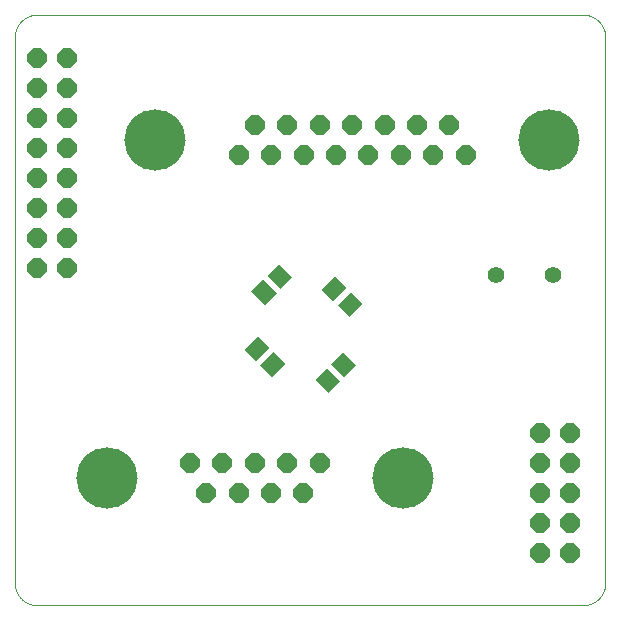
<source format=gbs>
G75*
%MOIN*%
%OFA0B0*%
%FSLAX25Y25*%
%IPPOS*%
%LPD*%
%AMOC8*
5,1,8,0,0,1.08239X$1,22.5*
%
%ADD10C,0.00000*%
%ADD11OC8,0.06400*%
%ADD12C,0.20400*%
%ADD13C,0.05600*%
%ADD14R,0.05518X0.06306*%
D10*
X0014700Y0027800D02*
X0196550Y0027800D01*
X0196731Y0027802D01*
X0196912Y0027809D01*
X0197093Y0027820D01*
X0197274Y0027835D01*
X0197454Y0027855D01*
X0197634Y0027879D01*
X0197813Y0027907D01*
X0197991Y0027940D01*
X0198168Y0027977D01*
X0198345Y0028018D01*
X0198520Y0028063D01*
X0198695Y0028113D01*
X0198868Y0028167D01*
X0199039Y0028225D01*
X0199210Y0028287D01*
X0199378Y0028354D01*
X0199545Y0028424D01*
X0199711Y0028498D01*
X0199874Y0028577D01*
X0200035Y0028659D01*
X0200195Y0028745D01*
X0200352Y0028835D01*
X0200507Y0028929D01*
X0200660Y0029026D01*
X0200810Y0029128D01*
X0200958Y0029232D01*
X0201104Y0029341D01*
X0201246Y0029452D01*
X0201386Y0029568D01*
X0201523Y0029686D01*
X0201658Y0029808D01*
X0201789Y0029933D01*
X0201917Y0030061D01*
X0202042Y0030192D01*
X0202164Y0030327D01*
X0202282Y0030464D01*
X0202398Y0030604D01*
X0202509Y0030746D01*
X0202618Y0030892D01*
X0202722Y0031040D01*
X0202824Y0031190D01*
X0202921Y0031343D01*
X0203015Y0031498D01*
X0203105Y0031655D01*
X0203191Y0031815D01*
X0203273Y0031976D01*
X0203352Y0032139D01*
X0203426Y0032305D01*
X0203496Y0032472D01*
X0203563Y0032640D01*
X0203625Y0032811D01*
X0203683Y0032982D01*
X0203737Y0033155D01*
X0203787Y0033330D01*
X0203832Y0033505D01*
X0203873Y0033682D01*
X0203910Y0033859D01*
X0203943Y0034037D01*
X0203971Y0034216D01*
X0203995Y0034396D01*
X0204015Y0034576D01*
X0204030Y0034757D01*
X0204041Y0034938D01*
X0204048Y0035119D01*
X0204050Y0035300D01*
X0204050Y0217150D01*
X0204048Y0217331D01*
X0204041Y0217512D01*
X0204030Y0217693D01*
X0204015Y0217874D01*
X0203995Y0218054D01*
X0203971Y0218234D01*
X0203943Y0218413D01*
X0203910Y0218591D01*
X0203873Y0218768D01*
X0203832Y0218945D01*
X0203787Y0219120D01*
X0203737Y0219295D01*
X0203683Y0219468D01*
X0203625Y0219639D01*
X0203563Y0219810D01*
X0203496Y0219978D01*
X0203426Y0220145D01*
X0203352Y0220311D01*
X0203273Y0220474D01*
X0203191Y0220635D01*
X0203105Y0220795D01*
X0203015Y0220952D01*
X0202921Y0221107D01*
X0202824Y0221260D01*
X0202722Y0221410D01*
X0202618Y0221558D01*
X0202509Y0221704D01*
X0202398Y0221846D01*
X0202282Y0221986D01*
X0202164Y0222123D01*
X0202042Y0222258D01*
X0201917Y0222389D01*
X0201789Y0222517D01*
X0201658Y0222642D01*
X0201523Y0222764D01*
X0201386Y0222882D01*
X0201246Y0222998D01*
X0201104Y0223109D01*
X0200958Y0223218D01*
X0200810Y0223322D01*
X0200660Y0223424D01*
X0200507Y0223521D01*
X0200352Y0223615D01*
X0200195Y0223705D01*
X0200035Y0223791D01*
X0199874Y0223873D01*
X0199711Y0223952D01*
X0199545Y0224026D01*
X0199378Y0224096D01*
X0199210Y0224163D01*
X0199039Y0224225D01*
X0198868Y0224283D01*
X0198695Y0224337D01*
X0198520Y0224387D01*
X0198345Y0224432D01*
X0198168Y0224473D01*
X0197991Y0224510D01*
X0197813Y0224543D01*
X0197634Y0224571D01*
X0197454Y0224595D01*
X0197274Y0224615D01*
X0197093Y0224630D01*
X0196912Y0224641D01*
X0196731Y0224648D01*
X0196550Y0224650D01*
X0014700Y0224650D01*
X0014519Y0224648D01*
X0014338Y0224641D01*
X0014157Y0224630D01*
X0013976Y0224615D01*
X0013796Y0224595D01*
X0013616Y0224571D01*
X0013437Y0224543D01*
X0013259Y0224510D01*
X0013082Y0224473D01*
X0012905Y0224432D01*
X0012730Y0224387D01*
X0012555Y0224337D01*
X0012382Y0224283D01*
X0012211Y0224225D01*
X0012040Y0224163D01*
X0011872Y0224096D01*
X0011705Y0224026D01*
X0011539Y0223952D01*
X0011376Y0223873D01*
X0011215Y0223791D01*
X0011055Y0223705D01*
X0010898Y0223615D01*
X0010743Y0223521D01*
X0010590Y0223424D01*
X0010440Y0223322D01*
X0010292Y0223218D01*
X0010146Y0223109D01*
X0010004Y0222998D01*
X0009864Y0222882D01*
X0009727Y0222764D01*
X0009592Y0222642D01*
X0009461Y0222517D01*
X0009333Y0222389D01*
X0009208Y0222258D01*
X0009086Y0222123D01*
X0008968Y0221986D01*
X0008852Y0221846D01*
X0008741Y0221704D01*
X0008632Y0221558D01*
X0008528Y0221410D01*
X0008426Y0221260D01*
X0008329Y0221107D01*
X0008235Y0220952D01*
X0008145Y0220795D01*
X0008059Y0220635D01*
X0007977Y0220474D01*
X0007898Y0220311D01*
X0007824Y0220145D01*
X0007754Y0219978D01*
X0007687Y0219810D01*
X0007625Y0219639D01*
X0007567Y0219468D01*
X0007513Y0219295D01*
X0007463Y0219120D01*
X0007418Y0218945D01*
X0007377Y0218768D01*
X0007340Y0218591D01*
X0007307Y0218413D01*
X0007279Y0218234D01*
X0007255Y0218054D01*
X0007235Y0217874D01*
X0007220Y0217693D01*
X0007209Y0217512D01*
X0007202Y0217331D01*
X0007200Y0217150D01*
X0007200Y0035300D01*
X0007202Y0035119D01*
X0007209Y0034938D01*
X0007220Y0034757D01*
X0007235Y0034576D01*
X0007255Y0034396D01*
X0007279Y0034216D01*
X0007307Y0034037D01*
X0007340Y0033859D01*
X0007377Y0033682D01*
X0007418Y0033505D01*
X0007463Y0033330D01*
X0007513Y0033155D01*
X0007567Y0032982D01*
X0007625Y0032811D01*
X0007687Y0032640D01*
X0007754Y0032472D01*
X0007824Y0032305D01*
X0007898Y0032139D01*
X0007977Y0031976D01*
X0008059Y0031815D01*
X0008145Y0031655D01*
X0008235Y0031498D01*
X0008329Y0031343D01*
X0008426Y0031190D01*
X0008528Y0031040D01*
X0008632Y0030892D01*
X0008741Y0030746D01*
X0008852Y0030604D01*
X0008968Y0030464D01*
X0009086Y0030327D01*
X0009208Y0030192D01*
X0009333Y0030061D01*
X0009461Y0029933D01*
X0009592Y0029808D01*
X0009727Y0029686D01*
X0009864Y0029568D01*
X0010004Y0029452D01*
X0010146Y0029341D01*
X0010292Y0029232D01*
X0010440Y0029128D01*
X0010590Y0029026D01*
X0010743Y0028929D01*
X0010898Y0028835D01*
X0011055Y0028745D01*
X0011215Y0028659D01*
X0011376Y0028577D01*
X0011539Y0028498D01*
X0011705Y0028424D01*
X0011872Y0028354D01*
X0012040Y0028287D01*
X0012211Y0028225D01*
X0012382Y0028167D01*
X0012555Y0028113D01*
X0012730Y0028063D01*
X0012905Y0028018D01*
X0013082Y0027977D01*
X0013259Y0027940D01*
X0013437Y0027907D01*
X0013616Y0027879D01*
X0013796Y0027855D01*
X0013976Y0027835D01*
X0014157Y0027820D01*
X0014338Y0027809D01*
X0014519Y0027802D01*
X0014700Y0027800D01*
D11*
X0065600Y0075300D03*
X0071000Y0065300D03*
X0076400Y0075300D03*
X0081800Y0065300D03*
X0087200Y0075300D03*
X0092600Y0065300D03*
X0098000Y0075300D03*
X0103400Y0065300D03*
X0108800Y0075300D03*
X0182200Y0075300D03*
X0182200Y0065300D03*
X0182200Y0055300D03*
X0182200Y0045300D03*
X0192200Y0045300D03*
X0192200Y0055300D03*
X0192200Y0065300D03*
X0192200Y0075300D03*
X0192200Y0085300D03*
X0182200Y0085300D03*
X0157500Y0177800D03*
X0152100Y0187800D03*
X0146700Y0177800D03*
X0141300Y0187800D03*
X0135900Y0177800D03*
X0130500Y0187800D03*
X0125100Y0177800D03*
X0119700Y0187800D03*
X0114300Y0177800D03*
X0108900Y0187800D03*
X0103500Y0177800D03*
X0098100Y0187800D03*
X0092700Y0177800D03*
X0087300Y0187800D03*
X0081900Y0177800D03*
X0024700Y0180300D03*
X0024700Y0170300D03*
X0024700Y0160300D03*
X0024700Y0150300D03*
X0024700Y0140300D03*
X0014700Y0140300D03*
X0014700Y0150300D03*
X0014700Y0160300D03*
X0014700Y0170300D03*
X0014700Y0180300D03*
X0014700Y0190300D03*
X0014700Y0200300D03*
X0014700Y0210300D03*
X0024700Y0210300D03*
X0024700Y0200300D03*
X0024700Y0190300D03*
D12*
X0054100Y0182800D03*
X0037900Y0070300D03*
X0136500Y0070300D03*
X0185300Y0182800D03*
D13*
X0186700Y0137800D03*
X0167700Y0137800D03*
D14*
G36*
X0119239Y0132201D02*
X0123141Y0128299D01*
X0118683Y0123841D01*
X0114781Y0127743D01*
X0119239Y0132201D01*
G37*
G36*
X0113949Y0137491D02*
X0117851Y0133589D01*
X0113393Y0129131D01*
X0109491Y0133033D01*
X0113949Y0137491D01*
G37*
G36*
X0091397Y0137705D02*
X0095299Y0141607D01*
X0099757Y0137149D01*
X0095855Y0133247D01*
X0091397Y0137705D01*
G37*
G36*
X0086108Y0132416D02*
X0090010Y0136318D01*
X0094468Y0131860D01*
X0090566Y0127958D01*
X0086108Y0132416D01*
G37*
G36*
X0088217Y0117491D02*
X0092119Y0113589D01*
X0087661Y0109131D01*
X0083759Y0113033D01*
X0088217Y0117491D01*
G37*
G36*
X0093507Y0112201D02*
X0097409Y0108299D01*
X0092951Y0103841D01*
X0089049Y0107743D01*
X0093507Y0112201D01*
G37*
G36*
X0107358Y0102933D02*
X0111260Y0106835D01*
X0115718Y0102377D01*
X0111816Y0098475D01*
X0107358Y0102933D01*
G37*
G36*
X0112647Y0108223D02*
X0116549Y0112125D01*
X0121007Y0107667D01*
X0117105Y0103765D01*
X0112647Y0108223D01*
G37*
M02*

</source>
